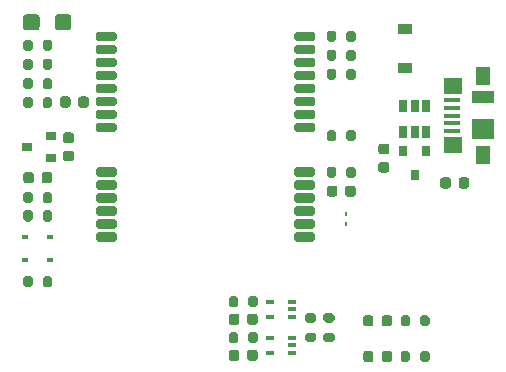
<source format=gtp>
G04 #@! TF.GenerationSoftware,KiCad,Pcbnew,5.1.8-5.1.8*
G04 #@! TF.CreationDate,2021-01-04T23:01:06+01:00*
G04 #@! TF.ProjectId,ublox-breakout,75626c6f-782d-4627-9265-616b6f75742e,rev?*
G04 #@! TF.SameCoordinates,PX71f6ce0PY7cfd120*
G04 #@! TF.FileFunction,Paste,Top*
G04 #@! TF.FilePolarity,Positive*
%FSLAX46Y46*%
G04 Gerber Fmt 4.6, Leading zero omitted, Abs format (unit mm)*
G04 Created by KiCad (PCBNEW 5.1.8-5.1.8) date 2021-01-04 23:01:06*
%MOMM*%
%LPD*%
G01*
G04 APERTURE LIST*
%ADD10R,0.650000X0.400000*%
%ADD11R,0.650000X1.060000*%
%ADD12R,0.800000X0.900000*%
%ADD13R,0.600000X0.450000*%
%ADD14R,0.250000X0.360000*%
%ADD15R,0.900000X0.800000*%
%ADD16R,1.200000X0.900000*%
%ADD17R,1.380000X0.450000*%
%ADD18R,1.550000X1.425000*%
%ADD19R,1.300000X1.650000*%
%ADD20R,1.900000X1.800000*%
%ADD21R,1.900000X1.000000*%
G04 APERTURE END LIST*
G36*
G01*
X39525000Y2725000D02*
X39525000Y2175000D01*
G75*
G02*
X39325000Y1975000I-200000J0D01*
G01*
X38925000Y1975000D01*
G75*
G02*
X38725000Y2175000I0J200000D01*
G01*
X38725000Y2725000D01*
G75*
G02*
X38925000Y2925000I200000J0D01*
G01*
X39325000Y2925000D01*
G75*
G02*
X39525000Y2725000I0J-200000D01*
G01*
G37*
G36*
G01*
X41175000Y2725000D02*
X41175000Y2175000D01*
G75*
G02*
X40975000Y1975000I-200000J0D01*
G01*
X40575000Y1975000D01*
G75*
G02*
X40375000Y2175000I0J200000D01*
G01*
X40375000Y2725000D01*
G75*
G02*
X40575000Y2925000I200000J0D01*
G01*
X40975000Y2925000D01*
G75*
G02*
X41175000Y2725000I0J-200000D01*
G01*
G37*
G36*
G01*
X36425000Y2706250D02*
X36425000Y2193750D01*
G75*
G02*
X36206250Y1975000I-218750J0D01*
G01*
X35768750Y1975000D01*
G75*
G02*
X35550000Y2193750I0J218750D01*
G01*
X35550000Y2706250D01*
G75*
G02*
X35768750Y2925000I218750J0D01*
G01*
X36206250Y2925000D01*
G75*
G02*
X36425000Y2706250I0J-218750D01*
G01*
G37*
G36*
G01*
X38000000Y2706250D02*
X38000000Y2193750D01*
G75*
G02*
X37781250Y1975000I-218750J0D01*
G01*
X37343750Y1975000D01*
G75*
G02*
X37125000Y2193750I0J218750D01*
G01*
X37125000Y2706250D01*
G75*
G02*
X37343750Y2925000I218750J0D01*
G01*
X37781250Y2925000D01*
G75*
G02*
X38000000Y2706250I0J-218750D01*
G01*
G37*
G36*
G01*
X39525000Y5750000D02*
X39525000Y5200000D01*
G75*
G02*
X39325000Y5000000I-200000J0D01*
G01*
X38925000Y5000000D01*
G75*
G02*
X38725000Y5200000I0J200000D01*
G01*
X38725000Y5750000D01*
G75*
G02*
X38925000Y5950000I200000J0D01*
G01*
X39325000Y5950000D01*
G75*
G02*
X39525000Y5750000I0J-200000D01*
G01*
G37*
G36*
G01*
X41175000Y5750000D02*
X41175000Y5200000D01*
G75*
G02*
X40975000Y5000000I-200000J0D01*
G01*
X40575000Y5000000D01*
G75*
G02*
X40375000Y5200000I0J200000D01*
G01*
X40375000Y5750000D01*
G75*
G02*
X40575000Y5950000I200000J0D01*
G01*
X40975000Y5950000D01*
G75*
G02*
X41175000Y5750000I0J-200000D01*
G01*
G37*
G36*
G01*
X36425000Y5731250D02*
X36425000Y5218750D01*
G75*
G02*
X36206250Y5000000I-218750J0D01*
G01*
X35768750Y5000000D01*
G75*
G02*
X35550000Y5218750I0J218750D01*
G01*
X35550000Y5731250D01*
G75*
G02*
X35768750Y5950000I218750J0D01*
G01*
X36206250Y5950000D01*
G75*
G02*
X36425000Y5731250I0J-218750D01*
G01*
G37*
G36*
G01*
X38000000Y5731250D02*
X38000000Y5218750D01*
G75*
G02*
X37781250Y5000000I-218750J0D01*
G01*
X37343750Y5000000D01*
G75*
G02*
X37125000Y5218750I0J218750D01*
G01*
X37125000Y5731250D01*
G75*
G02*
X37343750Y5950000I218750J0D01*
G01*
X37781250Y5950000D01*
G75*
G02*
X38000000Y5731250I0J-218750D01*
G01*
G37*
D10*
X27650000Y5800000D03*
X27650000Y7100000D03*
X29550000Y6450000D03*
X29550000Y7100000D03*
X29550000Y5800000D03*
X27650000Y2750000D03*
X27650000Y4050000D03*
X29550000Y3400000D03*
X29550000Y4050000D03*
X29550000Y2750000D03*
G36*
G01*
X31375000Y5325000D02*
X30825000Y5325000D01*
G75*
G02*
X30625000Y5525000I0J200000D01*
G01*
X30625000Y5925000D01*
G75*
G02*
X30825000Y6125000I200000J0D01*
G01*
X31375000Y6125000D01*
G75*
G02*
X31575000Y5925000I0J-200000D01*
G01*
X31575000Y5525000D01*
G75*
G02*
X31375000Y5325000I-200000J0D01*
G01*
G37*
G36*
G01*
X31375000Y3675000D02*
X30825000Y3675000D01*
G75*
G02*
X30625000Y3875000I0J200000D01*
G01*
X30625000Y4275000D01*
G75*
G02*
X30825000Y4475000I200000J0D01*
G01*
X31375000Y4475000D01*
G75*
G02*
X31575000Y4275000I0J-200000D01*
G01*
X31575000Y3875000D01*
G75*
G02*
X31375000Y3675000I-200000J0D01*
G01*
G37*
G36*
G01*
X32375000Y4475000D02*
X32925000Y4475000D01*
G75*
G02*
X33125000Y4275000I0J-200000D01*
G01*
X33125000Y3875000D01*
G75*
G02*
X32925000Y3675000I-200000J0D01*
G01*
X32375000Y3675000D01*
G75*
G02*
X32175000Y3875000I0J200000D01*
G01*
X32175000Y4275000D01*
G75*
G02*
X32375000Y4475000I200000J0D01*
G01*
G37*
G36*
G01*
X32375000Y6125000D02*
X32925000Y6125000D01*
G75*
G02*
X33125000Y5925000I0J-200000D01*
G01*
X33125000Y5525000D01*
G75*
G02*
X32925000Y5325000I-200000J0D01*
G01*
X32375000Y5325000D01*
G75*
G02*
X32175000Y5525000I0J200000D01*
G01*
X32175000Y5925000D01*
G75*
G02*
X32375000Y6125000I200000J0D01*
G01*
G37*
G36*
G01*
X25075000Y5850000D02*
X25075000Y5350000D01*
G75*
G02*
X24850000Y5125000I-225000J0D01*
G01*
X24400000Y5125000D01*
G75*
G02*
X24175000Y5350000I0J225000D01*
G01*
X24175000Y5850000D01*
G75*
G02*
X24400000Y6075000I225000J0D01*
G01*
X24850000Y6075000D01*
G75*
G02*
X25075000Y5850000I0J-225000D01*
G01*
G37*
G36*
G01*
X26625000Y5850000D02*
X26625000Y5350000D01*
G75*
G02*
X26400000Y5125000I-225000J0D01*
G01*
X25950000Y5125000D01*
G75*
G02*
X25725000Y5350000I0J225000D01*
G01*
X25725000Y5850000D01*
G75*
G02*
X25950000Y6075000I225000J0D01*
G01*
X26400000Y6075000D01*
G75*
G02*
X26625000Y5850000I0J-225000D01*
G01*
G37*
D11*
X40850000Y23650000D03*
X39900000Y23650000D03*
X38950000Y23650000D03*
X38950000Y21450000D03*
X40850000Y21450000D03*
X39900000Y21450000D03*
D12*
X39900000Y17850000D03*
X38950000Y19850000D03*
X40850000Y19850000D03*
G36*
G01*
X37050000Y18925000D02*
X37550000Y18925000D01*
G75*
G02*
X37775000Y18700000I0J-225000D01*
G01*
X37775000Y18250000D01*
G75*
G02*
X37550000Y18025000I-225000J0D01*
G01*
X37050000Y18025000D01*
G75*
G02*
X36825000Y18250000I0J225000D01*
G01*
X36825000Y18700000D01*
G75*
G02*
X37050000Y18925000I225000J0D01*
G01*
G37*
G36*
G01*
X37050000Y20475000D02*
X37550000Y20475000D01*
G75*
G02*
X37775000Y20250000I0J-225000D01*
G01*
X37775000Y19800000D01*
G75*
G02*
X37550000Y19575000I-225000J0D01*
G01*
X37050000Y19575000D01*
G75*
G02*
X36825000Y19800000I0J225000D01*
G01*
X36825000Y20250000D01*
G75*
G02*
X37050000Y20475000I225000J0D01*
G01*
G37*
G36*
G01*
X8150000Y31175001D02*
X8150000Y30324999D01*
G75*
G02*
X7900001Y30075000I-249999J0D01*
G01*
X6999999Y30075000D01*
G75*
G02*
X6750000Y30324999I0J249999D01*
G01*
X6750000Y31175001D01*
G75*
G02*
X6999999Y31425000I249999J0D01*
G01*
X7900001Y31425000D01*
G75*
G02*
X8150000Y31175001I0J-249999D01*
G01*
G37*
G36*
G01*
X10850000Y31175001D02*
X10850000Y30324999D01*
G75*
G02*
X10600001Y30075000I-249999J0D01*
G01*
X9699999Y30075000D01*
G75*
G02*
X9450000Y30324999I0J249999D01*
G01*
X9450000Y31175001D01*
G75*
G02*
X9699999Y31425000I249999J0D01*
G01*
X10600001Y31425000D01*
G75*
G02*
X10850000Y31175001I0J-249999D01*
G01*
G37*
D13*
X9050000Y10600000D03*
X6950000Y10600000D03*
D14*
X34100000Y14520000D03*
X34100000Y13680000D03*
G36*
G01*
X25075000Y2800000D02*
X25075000Y2300000D01*
G75*
G02*
X24850000Y2075000I-225000J0D01*
G01*
X24400000Y2075000D01*
G75*
G02*
X24175000Y2300000I0J225000D01*
G01*
X24175000Y2800000D01*
G75*
G02*
X24400000Y3025000I225000J0D01*
G01*
X24850000Y3025000D01*
G75*
G02*
X25075000Y2800000I0J-225000D01*
G01*
G37*
G36*
G01*
X26625000Y2800000D02*
X26625000Y2300000D01*
G75*
G02*
X26400000Y2075000I-225000J0D01*
G01*
X25950000Y2075000D01*
G75*
G02*
X25725000Y2300000I0J225000D01*
G01*
X25725000Y2800000D01*
G75*
G02*
X25950000Y3025000I225000J0D01*
G01*
X26400000Y3025000D01*
G75*
G02*
X26625000Y2800000I0J-225000D01*
G01*
G37*
G36*
G01*
X25825000Y6825000D02*
X25825000Y7375000D01*
G75*
G02*
X26025000Y7575000I200000J0D01*
G01*
X26425000Y7575000D01*
G75*
G02*
X26625000Y7375000I0J-200000D01*
G01*
X26625000Y6825000D01*
G75*
G02*
X26425000Y6625000I-200000J0D01*
G01*
X26025000Y6625000D01*
G75*
G02*
X25825000Y6825000I0J200000D01*
G01*
G37*
G36*
G01*
X24175000Y6825000D02*
X24175000Y7375000D01*
G75*
G02*
X24375000Y7575000I200000J0D01*
G01*
X24775000Y7575000D01*
G75*
G02*
X24975000Y7375000I0J-200000D01*
G01*
X24975000Y6825000D01*
G75*
G02*
X24775000Y6625000I-200000J0D01*
G01*
X24375000Y6625000D01*
G75*
G02*
X24175000Y6825000I0J200000D01*
G01*
G37*
G36*
G01*
X25825000Y3775000D02*
X25825000Y4325000D01*
G75*
G02*
X26025000Y4525000I200000J0D01*
G01*
X26425000Y4525000D01*
G75*
G02*
X26625000Y4325000I0J-200000D01*
G01*
X26625000Y3775000D01*
G75*
G02*
X26425000Y3575000I-200000J0D01*
G01*
X26025000Y3575000D01*
G75*
G02*
X25825000Y3775000I0J200000D01*
G01*
G37*
G36*
G01*
X24175000Y3775000D02*
X24175000Y4325000D01*
G75*
G02*
X24375000Y4525000I200000J0D01*
G01*
X24775000Y4525000D01*
G75*
G02*
X24975000Y4325000I0J-200000D01*
G01*
X24975000Y3775000D01*
G75*
G02*
X24775000Y3575000I-200000J0D01*
G01*
X24375000Y3575000D01*
G75*
G02*
X24175000Y3775000I0J200000D01*
G01*
G37*
G36*
G01*
X7575000Y29075000D02*
X7575000Y28525000D01*
G75*
G02*
X7375000Y28325000I-200000J0D01*
G01*
X6975000Y28325000D01*
G75*
G02*
X6775000Y28525000I0J200000D01*
G01*
X6775000Y29075000D01*
G75*
G02*
X6975000Y29275000I200000J0D01*
G01*
X7375000Y29275000D01*
G75*
G02*
X7575000Y29075000I0J-200000D01*
G01*
G37*
G36*
G01*
X9225000Y29075000D02*
X9225000Y28525000D01*
G75*
G02*
X9025000Y28325000I-200000J0D01*
G01*
X8625000Y28325000D01*
G75*
G02*
X8425000Y28525000I0J200000D01*
G01*
X8425000Y29075000D01*
G75*
G02*
X8625000Y29275000I200000J0D01*
G01*
X9025000Y29275000D01*
G75*
G02*
X9225000Y29075000I0J-200000D01*
G01*
G37*
D13*
X6950000Y12600000D03*
X9050000Y12600000D03*
G36*
G01*
X7575000Y27475000D02*
X7575000Y26925000D01*
G75*
G02*
X7375000Y26725000I-200000J0D01*
G01*
X6975000Y26725000D01*
G75*
G02*
X6775000Y26925000I0J200000D01*
G01*
X6775000Y27475000D01*
G75*
G02*
X6975000Y27675000I200000J0D01*
G01*
X7375000Y27675000D01*
G75*
G02*
X7575000Y27475000I0J-200000D01*
G01*
G37*
G36*
G01*
X9225000Y27475000D02*
X9225000Y26925000D01*
G75*
G02*
X9025000Y26725000I-200000J0D01*
G01*
X8625000Y26725000D01*
G75*
G02*
X8425000Y26925000I0J200000D01*
G01*
X8425000Y27475000D01*
G75*
G02*
X8625000Y27675000I200000J0D01*
G01*
X9025000Y27675000D01*
G75*
G02*
X9225000Y27475000I0J-200000D01*
G01*
G37*
G36*
G01*
X33275000Y21425000D02*
X33275000Y20875000D01*
G75*
G02*
X33075000Y20675000I-200000J0D01*
G01*
X32675000Y20675000D01*
G75*
G02*
X32475000Y20875000I0J200000D01*
G01*
X32475000Y21425000D01*
G75*
G02*
X32675000Y21625000I200000J0D01*
G01*
X33075000Y21625000D01*
G75*
G02*
X33275000Y21425000I0J-200000D01*
G01*
G37*
G36*
G01*
X34925000Y21425000D02*
X34925000Y20875000D01*
G75*
G02*
X34725000Y20675000I-200000J0D01*
G01*
X34325000Y20675000D01*
G75*
G02*
X34125000Y20875000I0J200000D01*
G01*
X34125000Y21425000D01*
G75*
G02*
X34325000Y21625000I200000J0D01*
G01*
X34725000Y21625000D01*
G75*
G02*
X34925000Y21425000I0J-200000D01*
G01*
G37*
G36*
G01*
X34125000Y17785000D02*
X34125000Y18335000D01*
G75*
G02*
X34325000Y18535000I200000J0D01*
G01*
X34725000Y18535000D01*
G75*
G02*
X34925000Y18335000I0J-200000D01*
G01*
X34925000Y17785000D01*
G75*
G02*
X34725000Y17585000I-200000J0D01*
G01*
X34325000Y17585000D01*
G75*
G02*
X34125000Y17785000I0J200000D01*
G01*
G37*
G36*
G01*
X32475000Y17785000D02*
X32475000Y18335000D01*
G75*
G02*
X32675000Y18535000I200000J0D01*
G01*
X33075000Y18535000D01*
G75*
G02*
X33275000Y18335000I0J-200000D01*
G01*
X33275000Y17785000D01*
G75*
G02*
X33075000Y17585000I-200000J0D01*
G01*
X32675000Y17585000D01*
G75*
G02*
X32475000Y17785000I0J200000D01*
G01*
G37*
G36*
G01*
X34025000Y16210000D02*
X34025000Y16710000D01*
G75*
G02*
X34250000Y16935000I225000J0D01*
G01*
X34700000Y16935000D01*
G75*
G02*
X34925000Y16710000I0J-225000D01*
G01*
X34925000Y16210000D01*
G75*
G02*
X34700000Y15985000I-225000J0D01*
G01*
X34250000Y15985000D01*
G75*
G02*
X34025000Y16210000I0J225000D01*
G01*
G37*
G36*
G01*
X32475000Y16210000D02*
X32475000Y16710000D01*
G75*
G02*
X32700000Y16935000I225000J0D01*
G01*
X33150000Y16935000D01*
G75*
G02*
X33375000Y16710000I0J-225000D01*
G01*
X33375000Y16210000D01*
G75*
G02*
X33150000Y15985000I-225000J0D01*
G01*
X32700000Y15985000D01*
G75*
G02*
X32475000Y16210000I0J225000D01*
G01*
G37*
D15*
X7100000Y20200000D03*
X9100000Y21150000D03*
X9100000Y19250000D03*
G36*
G01*
X10350000Y19875000D02*
X10850000Y19875000D01*
G75*
G02*
X11075000Y19650000I0J-225000D01*
G01*
X11075000Y19200000D01*
G75*
G02*
X10850000Y18975000I-225000J0D01*
G01*
X10350000Y18975000D01*
G75*
G02*
X10125000Y19200000I0J225000D01*
G01*
X10125000Y19650000D01*
G75*
G02*
X10350000Y19875000I225000J0D01*
G01*
G37*
G36*
G01*
X10350000Y21425000D02*
X10850000Y21425000D01*
G75*
G02*
X11075000Y21200000I0J-225000D01*
G01*
X11075000Y20750000D01*
G75*
G02*
X10850000Y20525000I-225000J0D01*
G01*
X10350000Y20525000D01*
G75*
G02*
X10125000Y20750000I0J225000D01*
G01*
X10125000Y21200000D01*
G75*
G02*
X10350000Y21425000I225000J0D01*
G01*
G37*
G36*
G01*
X8325000Y17350000D02*
X8325000Y17850000D01*
G75*
G02*
X8550000Y18075000I225000J0D01*
G01*
X9000000Y18075000D01*
G75*
G02*
X9225000Y17850000I0J-225000D01*
G01*
X9225000Y17350000D01*
G75*
G02*
X9000000Y17125000I-225000J0D01*
G01*
X8550000Y17125000D01*
G75*
G02*
X8325000Y17350000I0J225000D01*
G01*
G37*
G36*
G01*
X6775000Y17350000D02*
X6775000Y17850000D01*
G75*
G02*
X7000000Y18075000I225000J0D01*
G01*
X7450000Y18075000D01*
G75*
G02*
X7675000Y17850000I0J-225000D01*
G01*
X7675000Y17350000D01*
G75*
G02*
X7450000Y17125000I-225000J0D01*
G01*
X7000000Y17125000D01*
G75*
G02*
X6775000Y17350000I0J225000D01*
G01*
G37*
D16*
X39100000Y26900000D03*
X39100000Y30200000D03*
G36*
G01*
X43625000Y16900000D02*
X43625000Y17400000D01*
G75*
G02*
X43850000Y17625000I225000J0D01*
G01*
X44300000Y17625000D01*
G75*
G02*
X44525000Y17400000I0J-225000D01*
G01*
X44525000Y16900000D01*
G75*
G02*
X44300000Y16675000I-225000J0D01*
G01*
X43850000Y16675000D01*
G75*
G02*
X43625000Y16900000I0J225000D01*
G01*
G37*
G36*
G01*
X42075000Y16900000D02*
X42075000Y17400000D01*
G75*
G02*
X42300000Y17625000I225000J0D01*
G01*
X42750000Y17625000D01*
G75*
G02*
X42975000Y17400000I0J-225000D01*
G01*
X42975000Y16900000D01*
G75*
G02*
X42750000Y16675000I-225000J0D01*
G01*
X42300000Y16675000D01*
G75*
G02*
X42075000Y16900000I0J225000D01*
G01*
G37*
D17*
X43040000Y21560000D03*
X43040000Y22210000D03*
X43040000Y22860000D03*
X43040000Y23510000D03*
X43040000Y24160000D03*
D18*
X43125000Y20372500D03*
X43125000Y25347500D03*
D19*
X45700000Y19485000D03*
X45700000Y26235000D03*
D20*
X45700000Y21710000D03*
D21*
X45700000Y24410000D03*
G36*
G01*
X8425000Y8525000D02*
X8425000Y9075000D01*
G75*
G02*
X8625000Y9275000I200000J0D01*
G01*
X9025000Y9275000D01*
G75*
G02*
X9225000Y9075000I0J-200000D01*
G01*
X9225000Y8525000D01*
G75*
G02*
X9025000Y8325000I-200000J0D01*
G01*
X8625000Y8325000D01*
G75*
G02*
X8425000Y8525000I0J200000D01*
G01*
G37*
G36*
G01*
X6775000Y8525000D02*
X6775000Y9075000D01*
G75*
G02*
X6975000Y9275000I200000J0D01*
G01*
X7375000Y9275000D01*
G75*
G02*
X7575000Y9075000I0J-200000D01*
G01*
X7575000Y8525000D01*
G75*
G02*
X7375000Y8325000I-200000J0D01*
G01*
X6975000Y8325000D01*
G75*
G02*
X6775000Y8525000I0J200000D01*
G01*
G37*
G36*
G01*
X8425000Y14085000D02*
X8425000Y14635000D01*
G75*
G02*
X8625000Y14835000I200000J0D01*
G01*
X9025000Y14835000D01*
G75*
G02*
X9225000Y14635000I0J-200000D01*
G01*
X9225000Y14085000D01*
G75*
G02*
X9025000Y13885000I-200000J0D01*
G01*
X8625000Y13885000D01*
G75*
G02*
X8425000Y14085000I0J200000D01*
G01*
G37*
G36*
G01*
X6775000Y14085000D02*
X6775000Y14635000D01*
G75*
G02*
X6975000Y14835000I200000J0D01*
G01*
X7375000Y14835000D01*
G75*
G02*
X7575000Y14635000I0J-200000D01*
G01*
X7575000Y14085000D01*
G75*
G02*
X7375000Y13885000I-200000J0D01*
G01*
X6975000Y13885000D01*
G75*
G02*
X6775000Y14085000I0J200000D01*
G01*
G37*
G36*
G01*
X8425000Y15625000D02*
X8425000Y16175000D01*
G75*
G02*
X8625000Y16375000I200000J0D01*
G01*
X9025000Y16375000D01*
G75*
G02*
X9225000Y16175000I0J-200000D01*
G01*
X9225000Y15625000D01*
G75*
G02*
X9025000Y15425000I-200000J0D01*
G01*
X8625000Y15425000D01*
G75*
G02*
X8425000Y15625000I0J200000D01*
G01*
G37*
G36*
G01*
X6775000Y15625000D02*
X6775000Y16175000D01*
G75*
G02*
X6975000Y16375000I200000J0D01*
G01*
X7375000Y16375000D01*
G75*
G02*
X7575000Y16175000I0J-200000D01*
G01*
X7575000Y15625000D01*
G75*
G02*
X7375000Y15425000I-200000J0D01*
G01*
X6975000Y15425000D01*
G75*
G02*
X6775000Y15625000I0J200000D01*
G01*
G37*
G36*
G01*
X33275000Y26635000D02*
X33275000Y26085000D01*
G75*
G02*
X33075000Y25885000I-200000J0D01*
G01*
X32675000Y25885000D01*
G75*
G02*
X32475000Y26085000I0J200000D01*
G01*
X32475000Y26635000D01*
G75*
G02*
X32675000Y26835000I200000J0D01*
G01*
X33075000Y26835000D01*
G75*
G02*
X33275000Y26635000I0J-200000D01*
G01*
G37*
G36*
G01*
X34925000Y26635000D02*
X34925000Y26085000D01*
G75*
G02*
X34725000Y25885000I-200000J0D01*
G01*
X34325000Y25885000D01*
G75*
G02*
X34125000Y26085000I0J200000D01*
G01*
X34125000Y26635000D01*
G75*
G02*
X34325000Y26835000I200000J0D01*
G01*
X34725000Y26835000D01*
G75*
G02*
X34925000Y26635000I0J-200000D01*
G01*
G37*
G36*
G01*
X33275000Y28235000D02*
X33275000Y27685000D01*
G75*
G02*
X33075000Y27485000I-200000J0D01*
G01*
X32675000Y27485000D01*
G75*
G02*
X32475000Y27685000I0J200000D01*
G01*
X32475000Y28235000D01*
G75*
G02*
X32675000Y28435000I200000J0D01*
G01*
X33075000Y28435000D01*
G75*
G02*
X33275000Y28235000I0J-200000D01*
G01*
G37*
G36*
G01*
X34925000Y28235000D02*
X34925000Y27685000D01*
G75*
G02*
X34725000Y27485000I-200000J0D01*
G01*
X34325000Y27485000D01*
G75*
G02*
X34125000Y27685000I0J200000D01*
G01*
X34125000Y28235000D01*
G75*
G02*
X34325000Y28435000I200000J0D01*
G01*
X34725000Y28435000D01*
G75*
G02*
X34925000Y28235000I0J-200000D01*
G01*
G37*
G36*
G01*
X8425000Y25285000D02*
X8425000Y25835000D01*
G75*
G02*
X8625000Y26035000I200000J0D01*
G01*
X9025000Y26035000D01*
G75*
G02*
X9225000Y25835000I0J-200000D01*
G01*
X9225000Y25285000D01*
G75*
G02*
X9025000Y25085000I-200000J0D01*
G01*
X8625000Y25085000D01*
G75*
G02*
X8425000Y25285000I0J200000D01*
G01*
G37*
G36*
G01*
X6775000Y25285000D02*
X6775000Y25835000D01*
G75*
G02*
X6975000Y26035000I200000J0D01*
G01*
X7375000Y26035000D01*
G75*
G02*
X7575000Y25835000I0J-200000D01*
G01*
X7575000Y25285000D01*
G75*
G02*
X7375000Y25085000I-200000J0D01*
G01*
X6975000Y25085000D01*
G75*
G02*
X6775000Y25285000I0J200000D01*
G01*
G37*
G36*
G01*
X8425000Y23685000D02*
X8425000Y24235000D01*
G75*
G02*
X8625000Y24435000I200000J0D01*
G01*
X9025000Y24435000D01*
G75*
G02*
X9225000Y24235000I0J-200000D01*
G01*
X9225000Y23685000D01*
G75*
G02*
X9025000Y23485000I-200000J0D01*
G01*
X8625000Y23485000D01*
G75*
G02*
X8425000Y23685000I0J200000D01*
G01*
G37*
G36*
G01*
X6775000Y23685000D02*
X6775000Y24235000D01*
G75*
G02*
X6975000Y24435000I200000J0D01*
G01*
X7375000Y24435000D01*
G75*
G02*
X7575000Y24235000I0J-200000D01*
G01*
X7575000Y23685000D01*
G75*
G02*
X7375000Y23485000I-200000J0D01*
G01*
X6975000Y23485000D01*
G75*
G02*
X6775000Y23685000I0J200000D01*
G01*
G37*
G36*
G01*
X34125000Y29285000D02*
X34125000Y29835000D01*
G75*
G02*
X34325000Y30035000I200000J0D01*
G01*
X34725000Y30035000D01*
G75*
G02*
X34925000Y29835000I0J-200000D01*
G01*
X34925000Y29285000D01*
G75*
G02*
X34725000Y29085000I-200000J0D01*
G01*
X34325000Y29085000D01*
G75*
G02*
X34125000Y29285000I0J200000D01*
G01*
G37*
G36*
G01*
X32475000Y29285000D02*
X32475000Y29835000D01*
G75*
G02*
X32675000Y30035000I200000J0D01*
G01*
X33075000Y30035000D01*
G75*
G02*
X33275000Y29835000I0J-200000D01*
G01*
X33275000Y29285000D01*
G75*
G02*
X33075000Y29085000I-200000J0D01*
G01*
X32675000Y29085000D01*
G75*
G02*
X32475000Y29285000I0J200000D01*
G01*
G37*
G36*
G01*
X10775000Y24250000D02*
X10775000Y23750000D01*
G75*
G02*
X10550000Y23525000I-225000J0D01*
G01*
X10100000Y23525000D01*
G75*
G02*
X9875000Y23750000I0J225000D01*
G01*
X9875000Y24250000D01*
G75*
G02*
X10100000Y24475000I225000J0D01*
G01*
X10550000Y24475000D01*
G75*
G02*
X10775000Y24250000I0J-225000D01*
G01*
G37*
G36*
G01*
X12325000Y24250000D02*
X12325000Y23750000D01*
G75*
G02*
X12100000Y23525000I-225000J0D01*
G01*
X11650000Y23525000D01*
G75*
G02*
X11425000Y23750000I0J225000D01*
G01*
X11425000Y24250000D01*
G75*
G02*
X11650000Y24475000I225000J0D01*
G01*
X12100000Y24475000D01*
G75*
G02*
X12325000Y24250000I0J-225000D01*
G01*
G37*
G36*
G01*
X12900000Y29360000D02*
X12900000Y29760000D01*
G75*
G02*
X13100000Y29960000I200000J0D01*
G01*
X14500000Y29960000D01*
G75*
G02*
X14700000Y29760000I0J-200000D01*
G01*
X14700000Y29360000D01*
G75*
G02*
X14500000Y29160000I-200000J0D01*
G01*
X13100000Y29160000D01*
G75*
G02*
X12900000Y29360000I0J200000D01*
G01*
G37*
G36*
G01*
X12900000Y28260000D02*
X12900000Y28660000D01*
G75*
G02*
X13100000Y28860000I200000J0D01*
G01*
X14500000Y28860000D01*
G75*
G02*
X14700000Y28660000I0J-200000D01*
G01*
X14700000Y28260000D01*
G75*
G02*
X14500000Y28060000I-200000J0D01*
G01*
X13100000Y28060000D01*
G75*
G02*
X12900000Y28260000I0J200000D01*
G01*
G37*
G36*
G01*
X12900000Y27160000D02*
X12900000Y27560000D01*
G75*
G02*
X13100000Y27760000I200000J0D01*
G01*
X14500000Y27760000D01*
G75*
G02*
X14700000Y27560000I0J-200000D01*
G01*
X14700000Y27160000D01*
G75*
G02*
X14500000Y26960000I-200000J0D01*
G01*
X13100000Y26960000D01*
G75*
G02*
X12900000Y27160000I0J200000D01*
G01*
G37*
G36*
G01*
X12900000Y26060000D02*
X12900000Y26460000D01*
G75*
G02*
X13100000Y26660000I200000J0D01*
G01*
X14500000Y26660000D01*
G75*
G02*
X14700000Y26460000I0J-200000D01*
G01*
X14700000Y26060000D01*
G75*
G02*
X14500000Y25860000I-200000J0D01*
G01*
X13100000Y25860000D01*
G75*
G02*
X12900000Y26060000I0J200000D01*
G01*
G37*
G36*
G01*
X12900000Y24960000D02*
X12900000Y25360000D01*
G75*
G02*
X13100000Y25560000I200000J0D01*
G01*
X14500000Y25560000D01*
G75*
G02*
X14700000Y25360000I0J-200000D01*
G01*
X14700000Y24960000D01*
G75*
G02*
X14500000Y24760000I-200000J0D01*
G01*
X13100000Y24760000D01*
G75*
G02*
X12900000Y24960000I0J200000D01*
G01*
G37*
G36*
G01*
X12900000Y23860000D02*
X12900000Y24260000D01*
G75*
G02*
X13100000Y24460000I200000J0D01*
G01*
X14500000Y24460000D01*
G75*
G02*
X14700000Y24260000I0J-200000D01*
G01*
X14700000Y23860000D01*
G75*
G02*
X14500000Y23660000I-200000J0D01*
G01*
X13100000Y23660000D01*
G75*
G02*
X12900000Y23860000I0J200000D01*
G01*
G37*
G36*
G01*
X12900000Y22760000D02*
X12900000Y23160000D01*
G75*
G02*
X13100000Y23360000I200000J0D01*
G01*
X14500000Y23360000D01*
G75*
G02*
X14700000Y23160000I0J-200000D01*
G01*
X14700000Y22760000D01*
G75*
G02*
X14500000Y22560000I-200000J0D01*
G01*
X13100000Y22560000D01*
G75*
G02*
X12900000Y22760000I0J200000D01*
G01*
G37*
G36*
G01*
X12900000Y21660000D02*
X12900000Y22060000D01*
G75*
G02*
X13100000Y22260000I200000J0D01*
G01*
X14500000Y22260000D01*
G75*
G02*
X14700000Y22060000I0J-200000D01*
G01*
X14700000Y21660000D01*
G75*
G02*
X14500000Y21460000I-200000J0D01*
G01*
X13100000Y21460000D01*
G75*
G02*
X12900000Y21660000I0J200000D01*
G01*
G37*
G36*
G01*
X12900000Y17860000D02*
X12900000Y18260000D01*
G75*
G02*
X13100000Y18460000I200000J0D01*
G01*
X14500000Y18460000D01*
G75*
G02*
X14700000Y18260000I0J-200000D01*
G01*
X14700000Y17860000D01*
G75*
G02*
X14500000Y17660000I-200000J0D01*
G01*
X13100000Y17660000D01*
G75*
G02*
X12900000Y17860000I0J200000D01*
G01*
G37*
G36*
G01*
X12900000Y16760000D02*
X12900000Y17160000D01*
G75*
G02*
X13100000Y17360000I200000J0D01*
G01*
X14500000Y17360000D01*
G75*
G02*
X14700000Y17160000I0J-200000D01*
G01*
X14700000Y16760000D01*
G75*
G02*
X14500000Y16560000I-200000J0D01*
G01*
X13100000Y16560000D01*
G75*
G02*
X12900000Y16760000I0J200000D01*
G01*
G37*
G36*
G01*
X12900000Y15660000D02*
X12900000Y16060000D01*
G75*
G02*
X13100000Y16260000I200000J0D01*
G01*
X14500000Y16260000D01*
G75*
G02*
X14700000Y16060000I0J-200000D01*
G01*
X14700000Y15660000D01*
G75*
G02*
X14500000Y15460000I-200000J0D01*
G01*
X13100000Y15460000D01*
G75*
G02*
X12900000Y15660000I0J200000D01*
G01*
G37*
G36*
G01*
X12900000Y14560000D02*
X12900000Y14960000D01*
G75*
G02*
X13100000Y15160000I200000J0D01*
G01*
X14500000Y15160000D01*
G75*
G02*
X14700000Y14960000I0J-200000D01*
G01*
X14700000Y14560000D01*
G75*
G02*
X14500000Y14360000I-200000J0D01*
G01*
X13100000Y14360000D01*
G75*
G02*
X12900000Y14560000I0J200000D01*
G01*
G37*
G36*
G01*
X12900000Y13460000D02*
X12900000Y13860000D01*
G75*
G02*
X13100000Y14060000I200000J0D01*
G01*
X14500000Y14060000D01*
G75*
G02*
X14700000Y13860000I0J-200000D01*
G01*
X14700000Y13460000D01*
G75*
G02*
X14500000Y13260000I-200000J0D01*
G01*
X13100000Y13260000D01*
G75*
G02*
X12900000Y13460000I0J200000D01*
G01*
G37*
G36*
G01*
X12900000Y12360000D02*
X12900000Y12760000D01*
G75*
G02*
X13100000Y12960000I200000J0D01*
G01*
X14500000Y12960000D01*
G75*
G02*
X14700000Y12760000I0J-200000D01*
G01*
X14700000Y12360000D01*
G75*
G02*
X14500000Y12160000I-200000J0D01*
G01*
X13100000Y12160000D01*
G75*
G02*
X12900000Y12360000I0J200000D01*
G01*
G37*
G36*
G01*
X29700000Y12360000D02*
X29700000Y12760000D01*
G75*
G02*
X29900000Y12960000I200000J0D01*
G01*
X31300000Y12960000D01*
G75*
G02*
X31500000Y12760000I0J-200000D01*
G01*
X31500000Y12360000D01*
G75*
G02*
X31300000Y12160000I-200000J0D01*
G01*
X29900000Y12160000D01*
G75*
G02*
X29700000Y12360000I0J200000D01*
G01*
G37*
G36*
G01*
X29700000Y13460000D02*
X29700000Y13860000D01*
G75*
G02*
X29900000Y14060000I200000J0D01*
G01*
X31300000Y14060000D01*
G75*
G02*
X31500000Y13860000I0J-200000D01*
G01*
X31500000Y13460000D01*
G75*
G02*
X31300000Y13260000I-200000J0D01*
G01*
X29900000Y13260000D01*
G75*
G02*
X29700000Y13460000I0J200000D01*
G01*
G37*
G36*
G01*
X29700000Y14560000D02*
X29700000Y14960000D01*
G75*
G02*
X29900000Y15160000I200000J0D01*
G01*
X31300000Y15160000D01*
G75*
G02*
X31500000Y14960000I0J-200000D01*
G01*
X31500000Y14560000D01*
G75*
G02*
X31300000Y14360000I-200000J0D01*
G01*
X29900000Y14360000D01*
G75*
G02*
X29700000Y14560000I0J200000D01*
G01*
G37*
G36*
G01*
X29700000Y15660000D02*
X29700000Y16060000D01*
G75*
G02*
X29900000Y16260000I200000J0D01*
G01*
X31300000Y16260000D01*
G75*
G02*
X31500000Y16060000I0J-200000D01*
G01*
X31500000Y15660000D01*
G75*
G02*
X31300000Y15460000I-200000J0D01*
G01*
X29900000Y15460000D01*
G75*
G02*
X29700000Y15660000I0J200000D01*
G01*
G37*
G36*
G01*
X29700000Y16760000D02*
X29700000Y17160000D01*
G75*
G02*
X29900000Y17360000I200000J0D01*
G01*
X31300000Y17360000D01*
G75*
G02*
X31500000Y17160000I0J-200000D01*
G01*
X31500000Y16760000D01*
G75*
G02*
X31300000Y16560000I-200000J0D01*
G01*
X29900000Y16560000D01*
G75*
G02*
X29700000Y16760000I0J200000D01*
G01*
G37*
G36*
G01*
X29700000Y17860000D02*
X29700000Y18260000D01*
G75*
G02*
X29900000Y18460000I200000J0D01*
G01*
X31300000Y18460000D01*
G75*
G02*
X31500000Y18260000I0J-200000D01*
G01*
X31500000Y17860000D01*
G75*
G02*
X31300000Y17660000I-200000J0D01*
G01*
X29900000Y17660000D01*
G75*
G02*
X29700000Y17860000I0J200000D01*
G01*
G37*
G36*
G01*
X29700000Y21660000D02*
X29700000Y22060000D01*
G75*
G02*
X29900000Y22260000I200000J0D01*
G01*
X31300000Y22260000D01*
G75*
G02*
X31500000Y22060000I0J-200000D01*
G01*
X31500000Y21660000D01*
G75*
G02*
X31300000Y21460000I-200000J0D01*
G01*
X29900000Y21460000D01*
G75*
G02*
X29700000Y21660000I0J200000D01*
G01*
G37*
G36*
G01*
X29700000Y22760000D02*
X29700000Y23160000D01*
G75*
G02*
X29900000Y23360000I200000J0D01*
G01*
X31300000Y23360000D01*
G75*
G02*
X31500000Y23160000I0J-200000D01*
G01*
X31500000Y22760000D01*
G75*
G02*
X31300000Y22560000I-200000J0D01*
G01*
X29900000Y22560000D01*
G75*
G02*
X29700000Y22760000I0J200000D01*
G01*
G37*
G36*
G01*
X29700000Y23860000D02*
X29700000Y24260000D01*
G75*
G02*
X29900000Y24460000I200000J0D01*
G01*
X31300000Y24460000D01*
G75*
G02*
X31500000Y24260000I0J-200000D01*
G01*
X31500000Y23860000D01*
G75*
G02*
X31300000Y23660000I-200000J0D01*
G01*
X29900000Y23660000D01*
G75*
G02*
X29700000Y23860000I0J200000D01*
G01*
G37*
G36*
G01*
X29700000Y24960000D02*
X29700000Y25360000D01*
G75*
G02*
X29900000Y25560000I200000J0D01*
G01*
X31300000Y25560000D01*
G75*
G02*
X31500000Y25360000I0J-200000D01*
G01*
X31500000Y24960000D01*
G75*
G02*
X31300000Y24760000I-200000J0D01*
G01*
X29900000Y24760000D01*
G75*
G02*
X29700000Y24960000I0J200000D01*
G01*
G37*
G36*
G01*
X29700000Y26060000D02*
X29700000Y26460000D01*
G75*
G02*
X29900000Y26660000I200000J0D01*
G01*
X31300000Y26660000D01*
G75*
G02*
X31500000Y26460000I0J-200000D01*
G01*
X31500000Y26060000D01*
G75*
G02*
X31300000Y25860000I-200000J0D01*
G01*
X29900000Y25860000D01*
G75*
G02*
X29700000Y26060000I0J200000D01*
G01*
G37*
G36*
G01*
X29700000Y27160000D02*
X29700000Y27560000D01*
G75*
G02*
X29900000Y27760000I200000J0D01*
G01*
X31300000Y27760000D01*
G75*
G02*
X31500000Y27560000I0J-200000D01*
G01*
X31500000Y27160000D01*
G75*
G02*
X31300000Y26960000I-200000J0D01*
G01*
X29900000Y26960000D01*
G75*
G02*
X29700000Y27160000I0J200000D01*
G01*
G37*
G36*
G01*
X29700000Y28260000D02*
X29700000Y28660000D01*
G75*
G02*
X29900000Y28860000I200000J0D01*
G01*
X31300000Y28860000D01*
G75*
G02*
X31500000Y28660000I0J-200000D01*
G01*
X31500000Y28260000D01*
G75*
G02*
X31300000Y28060000I-200000J0D01*
G01*
X29900000Y28060000D01*
G75*
G02*
X29700000Y28260000I0J200000D01*
G01*
G37*
G36*
G01*
X29700000Y29360000D02*
X29700000Y29760000D01*
G75*
G02*
X29900000Y29960000I200000J0D01*
G01*
X31300000Y29960000D01*
G75*
G02*
X31500000Y29760000I0J-200000D01*
G01*
X31500000Y29360000D01*
G75*
G02*
X31300000Y29160000I-200000J0D01*
G01*
X29900000Y29160000D01*
G75*
G02*
X29700000Y29360000I0J200000D01*
G01*
G37*
M02*

</source>
